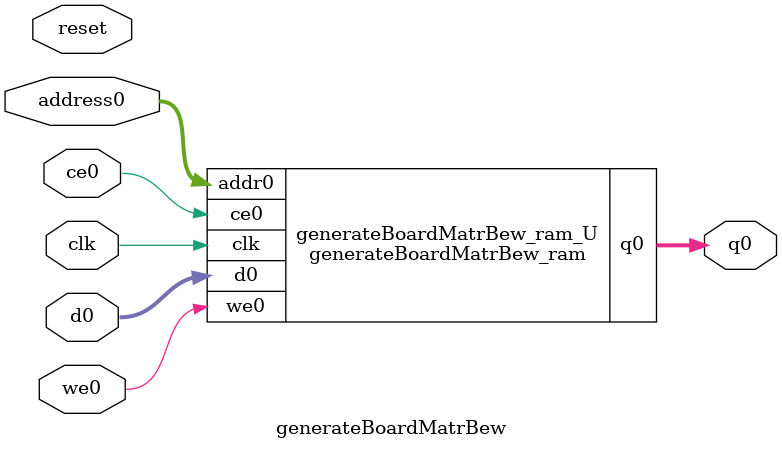
<source format=v>

`timescale 1 ns / 1 ps
module generateBoardMatrBew_ram (addr0, ce0, d0, we0, q0,  clk);

parameter DWIDTH = 6;
parameter AWIDTH = 6;
parameter MEM_SIZE = 40;

input[AWIDTH-1:0] addr0;
input ce0;
input[DWIDTH-1:0] d0;
input we0;
output reg[DWIDTH-1:0] q0;
input clk;

(* ram_style = "distributed" *)reg [DWIDTH-1:0] ram[0:MEM_SIZE-1];




always @(posedge clk)  
begin 
    if (ce0) 
    begin
        if (we0) 
        begin 
            ram[addr0] <= d0; 
            q0 <= d0;
        end 
        else 
            q0 <= ram[addr0];
    end
end


endmodule


`timescale 1 ns / 1 ps
module generateBoardMatrBew(
    reset,
    clk,
    address0,
    ce0,
    we0,
    d0,
    q0);

parameter DataWidth = 32'd6;
parameter AddressRange = 32'd40;
parameter AddressWidth = 32'd6;
input reset;
input clk;
input[AddressWidth - 1:0] address0;
input ce0;
input we0;
input[DataWidth - 1:0] d0;
output[DataWidth - 1:0] q0;



generateBoardMatrBew_ram generateBoardMatrBew_ram_U(
    .clk( clk ),
    .addr0( address0 ),
    .ce0( ce0 ),
    .d0( d0 ),
    .we0( we0 ),
    .q0( q0 ));

endmodule


</source>
